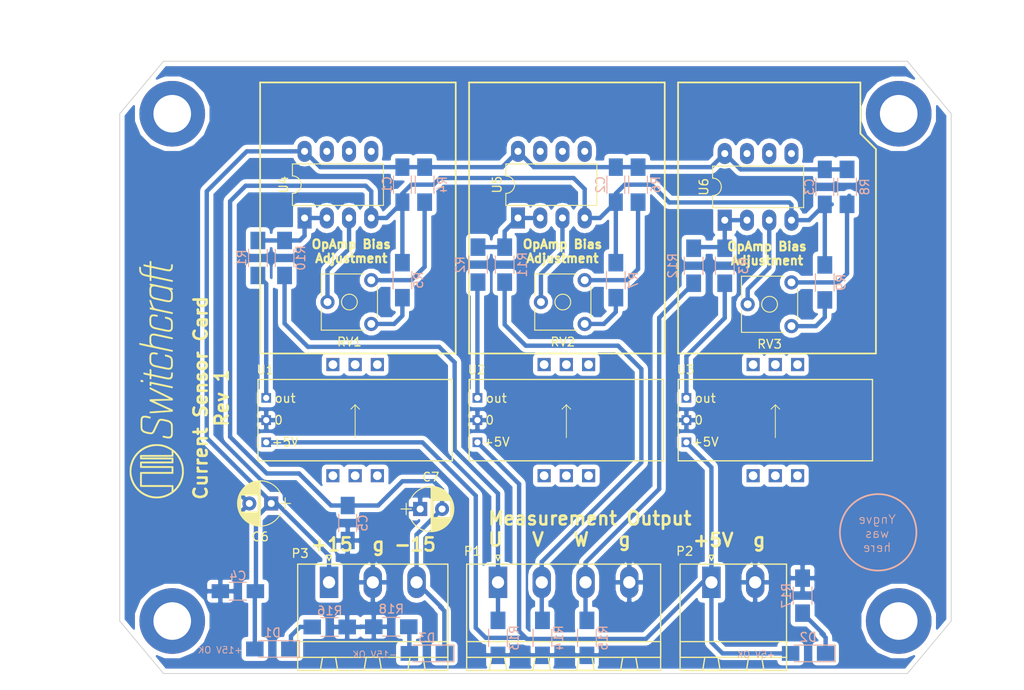
<source format=kicad_pcb>
(kicad_pcb (version 4) (host pcbnew 4.0.6)
  (title_block (title "Current Sensing Card") (date 2016-12-20) (rev 3) (company "Yngve Solbakken") (comment 1 "THT->SMD, -15V LED, reduced CPs, added M4 holes, reduced PCB size") (comment 2 YS) (comment 3 "Current sensing card with signal conditioning and") (comment 4 "power supply filtering"))
  (layers (0 F.Cu signal) (31 B.Cu mixed) (34 B.Paste user) (35 F.Paste user) (36 B.SilkS user) (37 F.SilkS user) (38 B.Mask user) (39 F.Mask user) (44 Edge.Cuts user))
  (net 0 "")
  (net 1 +15V)
  (net 2 GND)
  (net 3 -15V)
  (net 4 +5V)
  (net 5 "Net-(R1-Pad1)")
  (net 6 "Net-(R1-Pad2)")
  (net 7 "Net-(R2-Pad2)")
  (net 8 "Net-(R12-Pad2)")
  (net 9 "Net-(R6-Pad2)")
  (net 10 "Net-(R8-Pad2)")
  (net 11 "Net-(R9-Pad1)")
  (net 12 "Net-(RV1-Pad2)")
  (net 13 "Net-(RV3-Pad2)")
  (net 14 "Net-(RV2-Pad2)")
  (net 15 "Net-(P1-Pad1)")
  (net 16 "Net-(P1-Pad2)")
  (net 17 "Net-(P1-Pad3)")
  (net 18 "Net-(R11-Pad2)")
  (net 19 "Net-(R3-Pad2)")
  (net 20 "Net-(R4-Pad2)")
  (net 21 "Net-(R5-Pad1)")
  (net 22 "Net-(R7-Pad1)")
  (net 23 "Net-(D1-Pad1)")
  (net 24 "Net-(D2-Pad1)")
  (net 25 "Net-(D3-Pad2)")
  (module phoenix:PhoenixContact_MSTBA-G_03x5.00mm_Angled (layer F.Cu) (at 73.914 147.574)
    (fp_text reference P3 (at -3.302 -3.302) (layer F.SilkS))
    (fp_text value CONN_01X03)
    (pad 1 thru_hole rect (at 0 0) (size 2.1 3.6) (drill 1.4) (layers *.Cu *.Mask) (net 1 +15V))
    (pad 2 thru_hole oval (at 5 0) (size 2.1 3.6) (drill 1.4) (layers *.Cu *.Mask) (net 2 GND))
    (pad 3 thru_hole oval (at 10 0) (size 2.1 3.6) (drill 1.4) (layers *.Cu *.Mask) (net 3 -15V))
  )
  (module phoenix:PhoenixContact_MSTBA-G_04x5.00mm_Angled (layer F.Cu) (at 93.218 147.574)
    (fp_text reference P1 (at -2.921 -3.556) (layer F.SilkS))
    (fp_text value CONN_01X04)
    (pad 1 thru_hole rect (at 0 0) (size 2.1 3.6) (drill 1.4) (layers *.Cu *.Mask) (net 15 "Net-(P1-Pad1)"))
    (pad 2 thru_hole oval (at 5 0) (size 2.1 3.6) (drill 1.4) (layers *.Cu *.Mask) (net 16 "Net-(P1-Pad2)"))
    (pad 3 thru_hole oval (at 10 0) (size 2.1 3.6) (drill 1.4) (layers *.Cu *.Mask) (net 17 "Net-(P1-Pad3)"))
    (pad 4 thru_hole oval (at 15 0) (size 2.1 3.6) (drill 1.4) (layers *.Cu *.Mask) (net 2 GND))
  )
  (module phoenix:PhoenixContact_MSTBA-G_02x5.00mm_Angled (layer F.Cu) (at 117.602 147.574)
    (fp_text reference P2 (at -3.048 -3.556) (layer F.SilkS))
    (fp_text value CONN_01X02)
    (pad 1 thru_hole rect (at 0 0) (size 2.1 3.6) (drill 1.4) (layers *.Cu *.Mask) (net 4 +5V))
    (pad 2 thru_hole oval (at 5 0) (size 2.1 3.6) (drill 1.4) (layers *.Cu *.Mask) (net 2 GND))
  )
  (module Capacitors_SMD:C_1206_HandSoldering (layer B.Cu) (at 76.0476 140.7922 90)
    (fp_text reference C5 (at 0 1.75 90) (layer B.SilkS) (effects (justify mirror)))
    (fp_text value C)
    (pad 1 smd rect (at -2 0 90) (size 2 1.6) (layers B.Cu B.Paste B.Mask) (net 2 GND))
    (pad 2 smd rect (at 2 0 90) (size 2 1.6) (layers B.Cu B.Paste B.Mask) (net 3 -15V))
  )
  (module Capacitors_SMD:C_1206_HandSoldering (layer B.Cu) (at 63.5 148.59 180)
    (fp_text reference C4 (at 0 1.75 180) (layer B.SilkS) (effects (justify mirror)))
    (fp_text value C)
    (pad 1 smd rect (at -2 0 180) (size 2 1.6) (layers B.Cu B.Paste B.Mask) (net 1 +15V))
    (pad 2 smd rect (at 2 0 180) (size 2 1.6) (layers B.Cu B.Paste B.Mask) (net 2 GND))
  )
  (module Capacitors_SMD:C_1206_HandSoldering (layer B.Cu) (at 130.556 102.362 270)
    (fp_text reference C3 (at 0 1.75 270) (layer B.SilkS) (effects (justify mirror)))
    (fp_text value C)
    (pad 1 smd rect (at -2 0 270) (size 2 1.6) (layers B.Cu B.Paste B.Mask) (net 1 +15V))
    (pad 2 smd rect (at 2 0 270) (size 2 1.6) (layers B.Cu B.Paste B.Mask) (net 3 -15V))
  )
  (module Capacitors_SMD:C_1206_HandSoldering (layer B.Cu) (at 106.68 102.108 270)
    (fp_text reference C2 (at 0 1.75 270) (layer B.SilkS) (effects (justify mirror)))
    (fp_text value C)
    (pad 1 smd rect (at -2 0 270) (size 2 1.6) (layers B.Cu B.Paste B.Mask) (net 1 +15V))
    (pad 2 smd rect (at 2 0 270) (size 2 1.6) (layers B.Cu B.Paste B.Mask) (net 3 -15V))
  )
  (module Capacitors_SMD:C_1206_HandSoldering (layer B.Cu) (at 82.296 102.108 270)
    (fp_text reference C1 (at 0 1.75 270) (layer B.SilkS) (effects (justify mirror)))
    (fp_text value C)
    (pad 1 smd rect (at -2 0 270) (size 2 1.6) (layers B.Cu B.Paste B.Mask) (net 1 +15V))
    (pad 2 smd rect (at 2 0 270) (size 2 1.6) (layers B.Cu B.Paste B.Mask) (net 3 -15V))
  )
  (module Housings_DIP:DIP-8_W7.62mm_LongPads (layer F.Cu) (at 95.504 105.918 90)
    (fp_text reference U5 (at 3.81 -2.39 90) (layer F.SilkS))
    (fp_text value NE5532)
    (pad 1 thru_hole rect (at 0 0 90) (size 2.4 1.6) (drill 0.8) (layers *.Cu *.Mask) (net 18 "Net-(R11-Pad2)"))
    (pad 5 thru_hole oval (at 7.62 7.62 90) (size 2.4 1.6) (drill 0.8) (layers *.Cu *.Mask))
    (pad 2 thru_hole oval (at 0 2.54 90) (size 2.4 1.6) (drill 0.8) (layers *.Cu *.Mask) (net 18 "Net-(R11-Pad2)"))
    (pad 6 thru_hole oval (at 7.62 5.08 90) (size 2.4 1.6) (drill 0.8) (layers *.Cu *.Mask))
    (pad 3 thru_hole oval (at 0 5.08 90) (size 2.4 1.6) (drill 0.8) (layers *.Cu *.Mask) (net 14 "Net-(RV2-Pad2)"))
    (pad 7 thru_hole oval (at 7.62 2.54 90) (size 2.4 1.6) (drill 0.8) (layers *.Cu *.Mask))
    (pad 4 thru_hole oval (at 0 7.62 90) (size 2.4 1.6) (drill 0.8) (layers *.Cu *.Mask) (net 3 -15V))
    (pad 8 thru_hole oval (at 7.62 0 90) (size 2.4 1.6) (drill 0.8) (layers *.Cu *.Mask) (net 1 +15V))
  )
  (module Housings_DIP:DIP-8_W7.62mm_LongPads (layer F.Cu) (at 119.126 106.172 90)
    (fp_text reference U6 (at 3.81 -2.39 90) (layer F.SilkS))
    (fp_text value NE5532)
    (pad 1 thru_hole rect (at 0 0 90) (size 2.4 1.6) (drill 0.8) (layers *.Cu *.Mask) (net 8 "Net-(R12-Pad2)"))
    (pad 5 thru_hole oval (at 7.62 7.62 90) (size 2.4 1.6) (drill 0.8) (layers *.Cu *.Mask))
    (pad 2 thru_hole oval (at 0 2.54 90) (size 2.4 1.6) (drill 0.8) (layers *.Cu *.Mask) (net 8 "Net-(R12-Pad2)"))
    (pad 6 thru_hole oval (at 7.62 5.08 90) (size 2.4 1.6) (drill 0.8) (layers *.Cu *.Mask))
    (pad 3 thru_hole oval (at 0 5.08 90) (size 2.4 1.6) (drill 0.8) (layers *.Cu *.Mask) (net 13 "Net-(RV3-Pad2)"))
    (pad 7 thru_hole oval (at 7.62 2.54 90) (size 2.4 1.6) (drill 0.8) (layers *.Cu *.Mask))
    (pad 4 thru_hole oval (at 0 7.62 90) (size 2.4 1.6) (drill 0.8) (layers *.Cu *.Mask) (net 3 -15V))
    (pad 8 thru_hole oval (at 7.62 0 90) (size 2.4 1.6) (drill 0.8) (layers *.Cu *.Mask) (net 1 +15V))
  )
  (module Housings_DIP:DIP-8_W7.62mm_LongPads (layer F.Cu) (at 71.12 105.918 90)
    (fp_text reference U4 (at 3.81 -2.39 90) (layer F.SilkS))
    (fp_text value NE5532)
    (pad 1 thru_hole rect (at 0 0 90) (size 2.4 1.6) (drill 0.8) (layers *.Cu *.Mask) (net 5 "Net-(R1-Pad1)"))
    (pad 5 thru_hole oval (at 7.62 7.62 90) (size 2.4 1.6) (drill 0.8) (layers *.Cu *.Mask))
    (pad 2 thru_hole oval (at 0 2.54 90) (size 2.4 1.6) (drill 0.8) (layers *.Cu *.Mask) (net 5 "Net-(R1-Pad1)"))
    (pad 6 thru_hole oval (at 7.62 5.08 90) (size 2.4 1.6) (drill 0.8) (layers *.Cu *.Mask))
    (pad 3 thru_hole oval (at 0 5.08 90) (size 2.4 1.6) (drill 0.8) (layers *.Cu *.Mask) (net 12 "Net-(RV1-Pad2)"))
    (pad 7 thru_hole oval (at 7.62 2.54 90) (size 2.4 1.6) (drill 0.8) (layers *.Cu *.Mask))
    (pad 4 thru_hole oval (at 0 7.62 90) (size 2.4 1.6) (drill 0.8) (layers *.Cu *.Mask) (net 3 -15V))
    (pad 8 thru_hole oval (at 7.62 0 90) (size 2.4 1.6) (drill 0.8) (layers *.Cu *.Mask) (net 1 +15V))
  )
  (module Resistors_SMD:R_1206_HandSoldering (layer B.Cu) (at 65.786 110.49 270)
    (fp_text reference R1 (at 0 1.85 270) (layer B.SilkS) (effects (justify mirror)))
    (fp_text value R)
    (pad 1 smd rect (at -2 0 270) (size 2 1.7) (layers B.Cu B.Paste B.Mask) (net 5 "Net-(R1-Pad1)"))
    (pad 2 smd rect (at 2 0 270) (size 2 1.7) (layers B.Cu B.Paste B.Mask) (net 6 "Net-(R1-Pad2)"))
  )
  (module Resistors_SMD:R_1206_HandSoldering (layer B.Cu) (at 90.932 111.252 270)
    (fp_text reference R2 (at 0 2.032 270) (layer B.SilkS) (effects (justify mirror)))
    (fp_text value R)
    (pad 1 smd rect (at -2 0 270) (size 2 1.7) (layers B.Cu B.Paste B.Mask) (net 18 "Net-(R11-Pad2)"))
    (pad 2 smd rect (at 2 0 270) (size 2 1.7) (layers B.Cu B.Paste B.Mask) (net 7 "Net-(R2-Pad2)"))
  )
  (module Resistors_SMD:R_1206_HandSoldering (layer B.Cu) (at 119.126 111.379 270)
    (fp_text reference R3 (at 0 -2.159 270) (layer B.SilkS) (effects (justify mirror)))
    (fp_text value R)
    (pad 1 smd rect (at -2 0 270) (size 2 1.7) (layers B.Cu B.Paste B.Mask) (net 8 "Net-(R12-Pad2)"))
    (pad 2 smd rect (at 2 0 270) (size 2 1.7) (layers B.Cu B.Paste B.Mask) (net 19 "Net-(R3-Pad2)"))
  )
  (module Resistors_SMD:R_1206_HandSoldering (layer B.Cu) (at 84.836 102.108 270)
    (fp_text reference R4 (at 0 -2.032 270) (layer B.SilkS) (effects (justify mirror)))
    (fp_text value R)
    (pad 1 smd rect (at -2 0 270) (size 2 1.7) (layers B.Cu B.Paste B.Mask) (net 1 +15V))
    (pad 2 smd rect (at 2 0 270) (size 2 1.7) (layers B.Cu B.Paste B.Mask) (net 20 "Net-(R4-Pad2)"))
  )
  (module Resistors_SMD:R_1206_HandSoldering (layer B.Cu) (at 82.296 113.03 90)
    (fp_text reference R5 (at 0 1.85 90) (layer B.SilkS) (effects (justify mirror)))
    (fp_text value R)
    (pad 1 smd rect (at -2 0 90) (size 2 1.7) (layers B.Cu B.Paste B.Mask) (net 21 "Net-(R5-Pad1)"))
    (pad 2 smd rect (at 2 0 90) (size 2 1.7) (layers B.Cu B.Paste B.Mask) (net 3 -15V))
  )
  (module Resistors_SMD:R_1206_HandSoldering (layer B.Cu) (at 109.22 102.108 270)
    (fp_text reference R6 (at 0 -2.032 270) (layer B.SilkS) (effects (justify mirror)))
    (fp_text value R)
    (pad 1 smd rect (at -2 0 270) (size 2 1.7) (layers B.Cu B.Paste B.Mask) (net 1 +15V))
    (pad 2 smd rect (at 2 0 270) (size 2 1.7) (layers B.Cu B.Paste B.Mask) (net 9 "Net-(R6-Pad2)"))
  )
  (module Resistors_SMD:R_1206_HandSoldering (layer B.Cu) (at 106.68 113.03 90)
    (fp_text reference R7 (at 0 2.032 90) (layer B.SilkS) (effects (justify mirror)))
    (fp_text value R)
    (pad 1 smd rect (at -2 0 90) (size 2 1.7) (layers B.Cu B.Paste B.Mask) (net 22 "Net-(R7-Pad1)"))
    (pad 2 smd rect (at 2 0 90) (size 2 1.7) (layers B.Cu B.Paste B.Mask) (net 3 -15V))
  )
  (module Resistors_SMD:R_1206_HandSoldering (layer B.Cu) (at 133.096 102.362 270)
    (fp_text reference R8 (at 0 -2.032 270) (layer B.SilkS) (effects (justify mirror)))
    (fp_text value R)
    (pad 1 smd rect (at -2 0 270) (size 2 1.7) (layers B.Cu B.Paste B.Mask) (net 1 +15V))
    (pad 2 smd rect (at 2 0 270) (size 2 1.7) (layers B.Cu B.Paste B.Mask) (net 10 "Net-(R8-Pad2)"))
  )
  (module Resistors_SMD:R_1206_HandSoldering (layer B.Cu) (at 130.556 113.284 90)
    (fp_text reference R9 (at 0 1.85 90) (layer B.SilkS) (effects (justify mirror)))
    (fp_text value R)
    (pad 1 smd rect (at -2 0 90) (size 2 1.7) (layers B.Cu B.Paste B.Mask) (net 11 "Net-(R9-Pad1)"))
    (pad 2 smd rect (at 2 0 90) (size 2 1.7) (layers B.Cu B.Paste B.Mask) (net 3 -15V))
  )
  (module Resistors_SMD:R_1206_HandSoldering (layer B.Cu) (at 68.834 110.49 90)
    (fp_text reference R10 (at 0 1.85 90) (layer B.SilkS) (effects (justify mirror)))
    (fp_text value R)
    (pad 1 smd rect (at -2 0 90) (size 2 1.7) (layers B.Cu B.Paste B.Mask) (net 15 "Net-(P1-Pad1)"))
    (pad 2 smd rect (at 2 0 90) (size 2 1.7) (layers B.Cu B.Paste B.Mask) (net 5 "Net-(R1-Pad1)"))
  )
  (module Resistors_SMD:R_1206_HandSoldering (layer B.Cu) (at 93.98 111.252 90)
    (fp_text reference R11 (at 0 2.032 90) (layer B.SilkS) (effects (justify mirror)))
    (fp_text value R)
    (pad 1 smd rect (at -2 0 90) (size 2 1.7) (layers B.Cu B.Paste B.Mask) (net 16 "Net-(P1-Pad2)"))
    (pad 2 smd rect (at 2 0 90) (size 2 1.7) (layers B.Cu B.Paste B.Mask) (net 18 "Net-(R11-Pad2)"))
  )
  (module Resistors_SMD:R_1206_HandSoldering (layer B.Cu) (at 115.57 111.379 90)
    (fp_text reference R12 (at 0 -2.413 90) (layer B.SilkS) (effects (justify mirror)))
    (fp_text value R)
    (pad 1 smd rect (at -2 0 90) (size 2 1.7) (layers B.Cu B.Paste B.Mask) (net 17 "Net-(P1-Pad3)"))
    (pad 2 smd rect (at 2 0 90) (size 2 1.7) (layers B.Cu B.Paste B.Mask) (net 8 "Net-(R12-Pad2)"))
  )
  (module Resistors_SMD:R_1206_HandSoldering (layer B.Cu) (at 93.218 153.924 90)
    (fp_text reference R13 (at 0 1.85 90) (layer B.SilkS) (effects (justify mirror)))
    (fp_text value R)
    (pad 1 smd rect (at -2 0 90) (size 2 1.7) (layers B.Cu B.Paste B.Mask) (net 2 GND))
    (pad 2 smd rect (at 2 0 90) (size 2 1.7) (layers B.Cu B.Paste B.Mask) (net 15 "Net-(P1-Pad1)"))
  )
  (module Resistors_SMD:R_1206_HandSoldering (layer B.Cu) (at 98.298 153.924 90)
    (fp_text reference R14 (at 0 1.85 90) (layer B.SilkS) (effects (justify mirror)))
    (fp_text value R)
    (pad 1 smd rect (at -2 0 90) (size 2 1.7) (layers B.Cu B.Paste B.Mask) (net 2 GND))
    (pad 2 smd rect (at 2 0 90) (size 2 1.7) (layers B.Cu B.Paste B.Mask) (net 16 "Net-(P1-Pad2)"))
  )
  (module Resistors_SMD:R_1206_HandSoldering (layer B.Cu) (at 103.378 153.924 90)
    (fp_text reference R15 (at 0 1.85 90) (layer B.SilkS) (effects (justify mirror)))
    (fp_text value R)
    (pad 1 smd rect (at -2 0 90) (size 2 1.7) (layers B.Cu B.Paste B.Mask) (net 2 GND))
    (pad 2 smd rect (at 2 0 90) (size 2 1.7) (layers B.Cu B.Paste B.Mask) (net 17 "Net-(P1-Pad3)"))
  )
  (module Resistors_SMD:R_1206_HandSoldering (layer B.Cu) (at 73.9902 152.6794 180)
    (fp_text reference R16 (at 0 1.85 180) (layer B.SilkS) (effects (justify mirror)))
    (fp_text value R)
    (pad 1 smd rect (at -2 0 180) (size 2 1.7) (layers B.Cu B.Paste B.Mask) (net 2 GND))
    (pad 2 smd rect (at 2 0 180) (size 2 1.7) (layers B.Cu B.Paste B.Mask) (net 23 "Net-(D1-Pad1)"))
  )
  (module Resistors_SMD:R_1206_HandSoldering (layer B.Cu) (at 128.016 149.098 270)
    (fp_text reference R17 (at 0 1.85 270) (layer B.SilkS) (effects (justify mirror)))
    (fp_text value R)
    (pad 1 smd rect (at -2 0 270) (size 2 1.7) (layers B.Cu B.Paste B.Mask) (net 2 GND))
    (pad 2 smd rect (at 2 0 270) (size 2 1.7) (layers B.Cu B.Paste B.Mask) (net 24 "Net-(D2-Pad1)"))
  )
  (module Capacitors_THT:CP_Radial_D5.0mm_P2.50mm (layer F.Cu) (at 67.31 138.557 180)
    (fp_text reference C6 (at 1.25 -3.81 180) (layer F.SilkS))
    (fp_text value CP)
    (pad 1 thru_hole rect (at 0 0 180) (size 1.6 1.6) (drill 0.8) (layers *.Cu *.Mask) (net 1 +15V))
    (pad 2 thru_hole circle (at 2.5 0 180) (size 1.6 1.6) (drill 0.8) (layers *.Cu *.Mask) (net 2 GND))
  )
  (module Capacitors_THT:CP_Radial_D5.0mm_P2.50mm (layer F.Cu) (at 84.328 139.192)
    (fp_text reference C7 (at 1.2192 -3.6576 180) (layer F.SilkS))
    (fp_text value CP)
    (pad 1 thru_hole rect (at 0 0) (size 1.6 1.6) (drill 0.8) (layers *.Cu *.Mask) (net 2 GND))
    (pad 2 thru_hole circle (at 2.5 0) (size 1.6 1.6) (drill 0.8) (layers *.Cu *.Mask) (net 3 -15V))
  )
  (module LEDs:LED_1206_HandSoldering (layer B.Cu) (at 67.437 155.194 180)
    (fp_text reference D1 (at 0 1.85 180) (layer B.SilkS) (effects (justify mirror)))
    (fp_text value LED)
    (pad 1 smd rect (at -2 0 180) (size 2 1.7) (layers B.Cu B.Paste B.Mask) (net 23 "Net-(D1-Pad1)"))
    (pad 2 smd rect (at 2 0 180) (size 2 1.7) (layers B.Cu B.Paste B.Mask) (net 1 +15V))
  )
  (module LEDs:LED_1206_HandSoldering (layer B.Cu) (at 128.651 155.702 180)
    (fp_text reference D2 (at 0 1.85 180) (layer B.SilkS) (effects (justify mirror)))
    (fp_text value LED)
    (pad 1 smd rect (at -2 0 180) (size 2 1.7) (layers B.Cu B.Paste B.Mask) (net 24 "Net-(D2-Pad1)"))
    (pad 2 smd rect (at 2 0 180) (size 2 1.7) (layers B.Cu B.Paste B.Mask) (net 4 +5V))
  )
  (module Potentiometers:Potentiometer_Trimmer_ACP_CA6v_Horizontal (layer F.Cu) (at 78.74 113.03 180)
    (fp_text reference RV1 (at 2.5 -7.06 180) (layer F.SilkS))
    (fp_text value POT)
    (pad 3 thru_hole circle (at 0 -5 180) (size 1.62 1.62) (drill 0.9) (layers *.Cu *.Mask) (net 21 "Net-(R5-Pad1)"))
    (pad 2 thru_hole circle (at 5 -2.5 180) (size 1.62 1.62) (drill 0.9) (layers *.Cu *.Mask) (net 12 "Net-(RV1-Pad2)"))
    (pad 1 thru_hole circle (at 0 0 180) (size 1.62 1.62) (drill 0.9) (layers *.Cu *.Mask) (net 20 "Net-(R4-Pad2)"))
  )
  (module Potentiometers:Potentiometer_Trimmer_ACP_CA6v_Horizontal (layer F.Cu) (at 103.124 113.03 180)
    (fp_text reference RV2 (at 2.5 -7.06 180) (layer F.SilkS))
    (fp_text value POT)
    (pad 3 thru_hole circle (at 0 -5 180) (size 1.62 1.62) (drill 0.9) (layers *.Cu *.Mask) (net 22 "Net-(R7-Pad1)"))
    (pad 2 thru_hole circle (at 5 -2.5 180) (size 1.62 1.62) (drill 0.9) (layers *.Cu *.Mask) (net 14 "Net-(RV2-Pad2)"))
    (pad 1 thru_hole circle (at 0 0 180) (size 1.62 1.62) (drill 0.9) (layers *.Cu *.Mask) (net 9 "Net-(R6-Pad2)"))
  )
  (module Potentiometers:Potentiometer_Trimmer_ACP_CA6v_Horizontal (layer F.Cu) (at 126.746 113.284 180)
    (fp_text reference RV3 (at 2.5 -7.06 180) (layer F.SilkS))
    (fp_text value POT)
    (pad 3 thru_hole circle (at 0 -5 180) (size 1.62 1.62) (drill 0.9) (layers *.Cu *.Mask) (net 11 "Net-(R9-Pad1)"))
    (pad 2 thru_hole circle (at 5 -2.5 180) (size 1.62 1.62) (drill 0.9) (layers *.Cu *.Mask) (net 13 "Net-(RV3-Pad2)"))
    (pad 1 thru_hole circle (at 0 0 180) (size 1.62 1.62) (drill 0.9) (layers *.Cu *.Mask) (net 10 "Net-(R8-Pad2)"))
  )
  (module LEDs:LED_1206_HandSoldering (layer B.Cu) (at 85.09 155.702 180)
    (fp_text reference D3 (at 0 1.778 180) (layer B.SilkS) (effects (justify mirror)))
    (fp_text value LED)
    (pad 1 smd rect (at -2 0 180) (size 2 1.7) (layers B.Cu B.Paste B.Mask) (net 3 -15V))
    (pad 2 smd rect (at 2 0 180) (size 2 1.7) (layers B.Cu B.Paste B.Mask) (net 25 "Net-(D3-Pad2)"))
  )
  (module Resistors_SMD:R_1206_HandSoldering (layer B.Cu) (at 81.026 152.654)
    (fp_text reference R18 (at 0 -2.032) (layer B.SilkS) (effects (justify mirror)))
    (fp_text value R)
    (pad 1 smd rect (at -2 0) (size 2 1.7) (layers B.Cu B.Paste B.Mask) (net 2 GND))
    (pad 2 smd rect (at 2 0) (size 2 1.7) (layers B.Cu B.Paste B.Mask) (net 25 "Net-(D3-Pad2)"))
  )
  (module LEM:LTS25-NP (layer F.Cu) (at 97.028 129.032)
    (fp_text reference U2 (at -6.25 -5.75) (layer F.SilkS))
    (fp_text value LTS-25-NP)
    (fp_text user out (at -4 -2.5) (layer F.SilkS))
    (fp_text user 0 (at -4.75 0) (layer F.SilkS))
    (fp_text user +5V (at -4 2.5) (layer F.SilkS))
    (pad 8 thru_hole rect (at -6.16 2.54) (size 1.1 1.1) (drill 0.7) (layers *.Cu *.Mask) (net 4 +5V))
    (pad 7 thru_hole rect (at -6.16 -2.54) (size 1.1 1.1) (drill 0.7) (layers *.Cu *.Mask) (net 7 "Net-(R2-Pad2)"))
    (pad 9 thru_hole rect (at -6.16 0) (size 1.1 1.1) (drill 0.7) (layers *.Cu *.Mask) (net 2 GND))
    (pad 4 thru_hole rect (at 6.54 6.35) (size 1.5 1.5) (drill 1) (layers *.Cu *.Mask))
    (pad 5 thru_hole rect (at 4 6.35) (size 1.5 1.5) (drill 1) (layers *.Cu *.Mask))
    (pad 6 thru_hole rect (at 1.46 6.35) (size 1.5 1.5) (drill 1) (layers *.Cu *.Mask))
    (pad 1 thru_hole rect (at 6.54 -6.35) (size 1.5 1.5) (drill 1) (layers *.Cu *.Mask))
    (pad 2 thru_hole rect (at 4 -6.35) (size 1.5 1.5) (drill 1) (layers *.Cu *.Mask))
    (pad 3 thru_hole rect (at 1.46 -6.35) (size 1.5 1.5) (drill 1) (layers *.Cu *.Mask))
  )
  (module LEM:LTS25-NP (layer F.Cu) (at 120.904 129.032)
    (fp_text reference U3 (at -6.25 -5.75) (layer F.SilkS))
    (fp_text value LTS-25-NP)
    (fp_text user out (at -4 -2.5) (layer F.SilkS))
    (fp_text user 0 (at -4.75 0) (layer F.SilkS))
    (fp_text user +5V (at -4 2.5) (layer F.SilkS))
    (pad 8 thru_hole rect (at -6.16 2.54) (size 1.1 1.1) (drill 0.7) (layers *.Cu *.Mask) (net 4 +5V))
    (pad 7 thru_hole rect (at -6.16 -2.54) (size 1.1 1.1) (drill 0.7) (layers *.Cu *.Mask) (net 19 "Net-(R3-Pad2)"))
    (pad 9 thru_hole rect (at -6.16 0) (size 1.1 1.1) (drill 0.7) (layers *.Cu *.Mask) (net 2 GND))
    (pad 4 thru_hole rect (at 6.54 6.35) (size 1.5 1.5) (drill 1) (layers *.Cu *.Mask))
    (pad 5 thru_hole rect (at 4 6.35) (size 1.5 1.5) (drill 1) (layers *.Cu *.Mask))
    (pad 6 thru_hole rect (at 1.46 6.35) (size 1.5 1.5) (drill 1) (layers *.Cu *.Mask))
    (pad 1 thru_hole rect (at 6.54 -6.35) (size 1.5 1.5) (drill 1) (layers *.Cu *.Mask))
    (pad 2 thru_hole rect (at 4 -6.35) (size 1.5 1.5) (drill 1) (layers *.Cu *.Mask))
    (pad 3 thru_hole rect (at 1.46 -6.35) (size 1.5 1.5) (drill 1) (layers *.Cu *.Mask))
  )
  (module LEM:LTS25-NP (layer F.Cu) (at 72.898 129.032)
    (fp_text reference U1 (at -6.25 -5.75) (layer F.SilkS))
    (fp_text value LTS-25-NP)
    (fp_text user out (at -4 -2.5) (layer F.SilkS))
    (fp_text user 0 (at -4.75 0) (layer F.SilkS))
    (fp_text user +5V (at -4 2.5) (layer F.SilkS))
    (pad 8 thru_hole rect (at -6.16 2.54) (size 1.1 1.1) (drill 0.7) (layers *.Cu *.Mask) (net 4 +5V))
    (pad 7 thru_hole rect (at -6.16 -2.54) (size 1.1 1.1) (drill 0.7) (layers *.Cu *.Mask) (net 6 "Net-(R1-Pad2)"))
    (pad 9 thru_hole rect (at -6.16 0) (size 1.1 1.1) (drill 0.7) (layers *.Cu *.Mask) (net 2 GND))
    (pad 4 thru_hole rect (at 6.54 6.35) (size 1.5 1.5) (drill 1) (layers *.Cu *.Mask))
    (pad 5 thru_hole rect (at 4 6.35) (size 1.5 1.5) (drill 1) (layers *.Cu *.Mask))
    (pad 6 thru_hole rect (at 1.46 6.35) (size 1.5 1.5) (drill 1) (layers *.Cu *.Mask))
    (pad 1 thru_hole rect (at 6.54 -6.35) (size 1.5 1.5) (drill 1) (layers *.Cu *.Mask))
    (pad 2 thru_hole rect (at 4 -6.35) (size 1.5 1.5) (drill 1) (layers *.Cu *.Mask))
    (pad 3 thru_hole rect (at 1.46 -6.35) (size 1.5 1.5) (drill 1) (layers *.Cu *.Mask))
  )
  (module Switchcraft:Switchcraft_medium_logo (layer F.Cu) (at 54.229 124.206 90)
    (fp_text reference G*** hide)
    (fp_text value LOGO hide)
  )
  (module Mounting_Holes:MountingHole_4.3mm_M4_DIN965_Pad (layer F.Cu) (at 56 94)
    (fp_text reference REF** hide)
    (fp_text value MountingHole_4.3mm_M4_DIN965_Pad)
    (pad 1 thru_hole circle (at 0 0) (size 7.5 7.5) (drill 4.3) (layers *.Cu *.Mask))
  )
  (module Mounting_Holes:MountingHole_4.3mm_M4_DIN965_Pad (layer F.Cu) (at 139 94)
    (fp_text reference REF** hide)
    (fp_text value MountingHole_4.3mm_M4_DIN965_Pad)
    (pad 1 thru_hole circle (at 0 0) (size 7.5 7.5) (drill 4.3) (layers *.Cu *.Mask))
  )
  (module Mounting_Holes:MountingHole_4.3mm_M4_DIN965_Pad (layer F.Cu) (at 56 152)
    (fp_text reference REF** hide)
    (fp_text value MountingHole_4.3mm_M4_DIN965_Pad)
    (pad 1 thru_hole circle (at 0 0) (size 7.5 7.5) (drill 4.3) (layers *.Cu *.Mask))
  )
  (module Mounting_Holes:MountingHole_4.3mm_M4_DIN965_Pad (layer F.Cu) (at 139 152)
    (fp_text reference REF** hide)
    (fp_text value MountingHole_4.3mm_M4_DIN965_Pad)
    (pad 1 thru_hole circle (at 0 0) (size 7.5 7.5) (drill 4.3) (layers *.Cu *.Mask))
  )
  (gr_circle (center 136.652 141.859) (end 140.208 144.399) (layer B.SilkS) (width 0.2))
  (gr_text "Yngve\nwas\nhere" (at 136.525 141.986) (layer B.SilkS) (effects (font (size 1 1) (thickness 0.1)) (justify mirror)))
  (gr_text "+5V OK" (at 122.682 155.829) (layer B.SilkS) (effects (font (size 0.75 0.75) (thickness 0.1)) (justify mirror)))
  (gr_text "-15V OK" (at 79.121 155.829) (layer B.SilkS) (effects (font (size 0.75 0.75) (thickness 0.1)) (justify mirror)))
  (gr_text "+15V OK" (at 61.468 155.321) (layer B.SilkS) (effects (font (size 0.75 0.75) (thickness 0.1)) (justify mirror)))
  (gr_text "+5V  g" (at 119.634 142.748) (layer F.SilkS) (effects (font (size 1.5 1.5) (thickness 0.3))))
  (gr_text "OpAmp Bias\nAdjustment" (at 123.952 109.982) (layer F.SilkS) (effects (font (size 1 1) (thickness 0.25))))
  (gr_text "OpAmp Bias\nAdjustment" (at 100.584 109.728) (layer F.SilkS) (effects (font (size 1 1) (thickness 0.25))))
  (gr_text "OpAmp Bias\nAdjustment" (at 76.454 109.728) (layer F.SilkS) (effects (font (size 1 1) (thickness 0.25))))
  (gr_line (start 113.792 121.412) (end 114.046 121.412) (angle 90) (layer F.SilkS) (width 0.2))
  (gr_line (start 113.792 90.424) (end 113.792 121.412) (angle 90) (layer F.SilkS) (width 0.2))
  (gr_line (start 134.62 90.424) (end 113.792 90.424) (angle 90) (layer F.SilkS) (width 0.2))
  (gr_line (start 134.62 96.266) (end 134.62 90.424) (angle 90) (layer F.SilkS) (width 0.2))
  (gr_line (start 136.398 98.044) (end 134.62 96.266) (angle 90) (layer F.SilkS) (width 0.2))
  (gr_line (start 136.398 121.412) (end 136.398 98.044) (angle 90) (layer F.SilkS) (width 0.2))
  (gr_line (start 114.046 121.412) (end 136.398 121.412) (angle 90) (layer F.SilkS) (width 0.2))
  (gr_line (start 89.916 121.412) (end 90.17 121.412) (angle 90) (layer F.SilkS) (width 0.2))
  (gr_line (start 89.916 90.424) (end 89.916 121.412) (angle 90) (layer F.SilkS) (width 0.2))
  (gr_line (start 112.268 90.424) (end 89.916 90.424) (angle 90) (layer F.SilkS) (width 0.2))
  (gr_line (start 112.268 121.412) (end 112.268 90.424) (angle 90) (layer F.SilkS) (width 0.2))
  (gr_line (start 89.916 121.412) (end 112.268 121.412) (angle 90) (layer F.SilkS) (width 0.2))
  (gr_line (start 66.04 90.424) (end 66.04 121.412) (angle 90) (layer F.SilkS) (width 0.2))
  (gr_line (start 88.392 90.424) (end 66.04 90.424) (angle 90) (layer F.SilkS) (width 0.2))
  (gr_line (start 88.392 121.412) (end 88.392 90.424) (angle 90) (layer F.SilkS) (width 0.2))
  (gr_line (start 66.04 121.412) (end 88.392 121.412) (angle 90) (layer F.SilkS) (width 0.2))
  (gr_text "+15  g -15" (at 78.994 143.256) (layer F.SilkS) (effects (font (size 1.5 1.5) (thickness 0.3))))
  (gr_text "Measurement Output\nU   V   W   g" (at 91.948 141.478) (layer F.SilkS) (effects (font (size 1.5 1.5) (thickness 0.3)) (justify left)))
  (gr_text "Current Sensor Card\nRev 1" (at 60.452 126.492 90) (layer F.SilkS) (effects (font (size 1.5 1.5) (thickness 0.3))))
  (gr_line (start 140 88) (end 55 88) (angle 90) (layer Edge.Cuts) (width 0.1))
  (gr_line (start 145 94) (end 140 88) (angle 90) (layer Edge.Cuts) (width 0.1))
  (gr_line (start 145 152) (end 145 94) (angle 90) (layer Edge.Cuts) (width 0.1))
  (gr_line (start 140 158) (end 145 152) (angle 90) (layer Edge.Cuts) (width 0.1))
  (gr_line (start 55 158) (end 140 158) (angle 90) (layer Edge.Cuts) (width 0.1))
  (gr_line (start 55 158) (end 50 152) (angle 90) (layer Edge.Cuts) (width 0.1))
  (gr_line (start 50 94) (end 50 152) (angle 90) (layer Edge.Cuts) (width 0.1))
  (gr_line (start 50 94) (end 55 88) (angle 90) (layer Edge.Cuts) (width 0.1))
  (segment (start 65.437 155.194) (end 65.437 148.653) (width 0.5) (layer B.Cu) (net 1))
  (segment (start 65.437 148.653) (end 65.5 148.59) (width 0.5) (layer B.Cu) (net 1))
  (segment (start 73.914 147.574) (end 73.914 144.526) (width 0.5) (layer B.Cu) (net 1))
  (segment (start 73.914 144.526) (end 67.564 138.176) (width 0.5) (layer B.Cu) (net 1))
  (segment (start 65.564 148.59) (end 65.564 140.176) (width 0.5) (layer B.Cu) (net 1))
  (segment (start 65.564 140.176) (end 67.564 138.176) (width 0.5) (layer B.Cu) (net 1))
  (segment (start 64.516 98.298) (end 71.12 98.298) (width 0.5) (layer B.Cu) (net 1))
  (segment (start 59.944 102.87) (end 64.516 98.298) (width 0.5) (layer B.Cu) (net 1))
  (segment (start 59.944 131.064) (end 59.944 102.87) (width 0.5) (layer B.Cu) (net 1))
  (segment (start 67.564 138.684) (end 59.944 131.064) (width 0.5) (layer B.Cu) (net 1))
  (segment (start 130.556 100.362) (end 133.096 100.362) (width 0.5) (layer B.Cu) (net 1))
  (segment (start 106.68 100.108) (end 109.22 100.108) (width 0.5) (layer B.Cu) (net 1))
  (segment (start 109.22 100.108) (end 117.57 100.108) (width 0.5) (layer B.Cu) (net 1))
  (segment (start 117.57 100.108) (end 119.126 98.552) (width 0.5) (layer B.Cu) (net 1))
  (segment (start 85.598 100.108) (end 93.694 100.108) (width 0.5) (layer B.Cu) (net 1))
  (segment (start 93.694 100.108) (end 95.504 98.298) (width 0.5) (layer B.Cu) (net 1))
  (segment (start 82.296 100.108) (end 72.93 100.108) (width 0.5) (layer B.Cu) (net 1))
  (segment (start 72.93 100.108) (end 71.12 98.298) (width 0.5) (layer B.Cu) (net 1))
  (segment (start 85.598 100.108) (end 82.296 100.108) (width 0.5) (layer B.Cu) (net 1))
  (segment (start 106.68 100.108) (end 97.314 100.108) (width 0.5) (layer B.Cu) (net 1))
  (segment (start 97.314 100.108) (end 95.504 98.298) (width 0.5) (layer B.Cu) (net 1))
  (segment (start 130.556 100.362) (end 120.936 100.362) (width 0.5) (layer B.Cu) (net 1))
  (segment (start 120.936 100.362) (end 119.126 98.552) (width 0.5) (layer B.Cu) (net 1))
  (segment (start 87.09 155.702) (end 87.09 150.844) (width 0.5) (layer B.Cu) (net 3))
  (segment (start 86.614 150.368) (end 86.614 150.274) (width 0.5) (layer B.Cu) (net 3))
  (segment (start 87.09 150.844) (end 86.614 150.368) (width 0.5) (layer B.Cu) (net 3))
  (segment (start 76.0476 138.7922) (end 79.5208 138.7922) (width 0.5) (layer B.Cu) (net 3))
  (segment (start 86.828 136.993) (end 86.828 139.192) (width 0.5) (layer B.Cu) (net 3))
  (segment (start 85.852 136.017) (end 86.828 136.993) (width 0.5) (layer B.Cu) (net 3))
  (segment (start 82.296 136.017) (end 85.852 136.017) (width 0.5) (layer B.Cu) (net 3))
  (segment (start 79.5208 138.7922) (end 82.296 136.017) (width 0.5) (layer B.Cu) (net 3))
  (segment (start 83.914 147.574) (end 83.914 142.106) (width 0.5) (layer B.Cu) (net 3))
  (segment (start 83.914 142.106) (end 86.828 139.192) (width 0.5) (layer B.Cu) (net 3))
  (segment (start 76.0476 138.7922) (end 74.1492 138.7922) (width 0.5) (layer B.Cu) (net 3))
  (segment (start 78.74 102.87) (end 78.74 105.918) (width 0.5) (layer B.Cu) (net 3))
  (segment (start 78.105 102.235) (end 78.74 102.87) (width 0.5) (layer B.Cu) (net 3))
  (segment (start 64.389 102.235) (end 78.105 102.235) (width 0.5) (layer B.Cu) (net 3))
  (segment (start 62.611 104.013) (end 64.389 102.235) (width 0.5) (layer B.Cu) (net 3))
  (segment (start 62.611 130.937) (end 62.611 104.013) (width 0.5) (layer B.Cu) (net 3))
  (segment (start 66.802 135.128) (end 62.611 130.937) (width 0.5) (layer B.Cu) (net 3))
  (segment (start 70.485 135.128) (end 66.802 135.128) (width 0.5) (layer B.Cu) (net 3))
  (segment (start 74.1492 138.7922) (end 70.485 135.128) (width 0.5) (layer B.Cu) (net 3))
  (segment (start 86.836 150.496) (end 86.614 150.274) (width 0.5) (layer B.Cu) (net 3))
  (segment (start 86.614 150.274) (end 83.914 147.574) (width 0.5) (layer B.Cu) (net 3))
  (segment (start 103.124 105.918) (end 103.124 102.616) (width 0.5) (layer B.Cu) (net 3))
  (segment (start 83.312 102.108) (end 82.296 103.124) (width 0.5) (layer B.Cu) (net 3))
  (segment (start 85.852 102.108) (end 83.312 102.108) (width 0.5) (layer B.Cu) (net 3))
  (segment (start 86.614 101.346) (end 85.852 102.108) (width 0.5) (layer B.Cu) (net 3))
  (segment (start 101.854 101.346) (end 86.614 101.346) (width 0.5) (layer B.Cu) (net 3))
  (segment (start 103.124 102.616) (end 101.854 101.346) (width 0.5) (layer B.Cu) (net 3))
  (segment (start 82.296 103.124) (end 82.296 104.108) (width 0.5) (layer B.Cu) (net 3))
  (segment (start 82.296 104.108) (end 82.296 103.124) (width 0.5) (layer B.Cu) (net 3))
  (segment (start 106.68 104.108) (end 106.68 103.124) (width 0.5) (layer B.Cu) (net 3))
  (segment (start 106.68 103.124) (end 107.696 102.108) (width 0.5) (layer B.Cu) (net 3))
  (segment (start 126.746 104.394) (end 126.746 106.172) (width 0.5) (layer B.Cu) (net 3))
  (segment (start 126.492 104.14) (end 126.746 104.394) (width 0.5) (layer B.Cu) (net 3))
  (segment (start 112.776 104.14) (end 126.492 104.14) (width 0.5) (layer B.Cu) (net 3))
  (segment (start 110.744 102.108) (end 112.776 104.14) (width 0.5) (layer B.Cu) (net 3))
  (segment (start 107.696 102.108) (end 110.744 102.108) (width 0.5) (layer B.Cu) (net 3))
  (segment (start 82.296 104.108) (end 82.296 103.632) (width 0.5) (layer B.Cu) (net 3))
  (segment (start 82.296 104.108) (end 82.296 110.776) (width 0.5) (layer B.Cu) (net 3))
  (segment (start 126.746 106.172) (end 128.746 106.172) (width 0.5) (layer B.Cu) (net 3))
  (segment (start 128.746 106.172) (end 130.556 104.362) (width 0.5) (layer B.Cu) (net 3))
  (segment (start 130.556 111.284) (end 130.556 104.362) (width 0.5) (layer B.Cu) (net 3))
  (segment (start 106.68 110.776) (end 106.68 104.108) (width 0.5) (layer B.Cu) (net 3))
  (segment (start 78.74 105.918) (end 80.486 105.918) (width 0.5) (layer B.Cu) (net 3))
  (segment (start 80.486 105.918) (end 82.296 104.108) (width 0.5) (layer B.Cu) (net 3))
  (segment (start 103.124 105.918) (end 104.87 105.918) (width 0.5) (layer B.Cu) (net 3))
  (segment (start 104.87 105.918) (end 106.68 104.108) (width 0.5) (layer B.Cu) (net 3))
  (segment (start 130.556 104.362) (end 131.35 104.362) (width 0.5) (layer B.Cu) (net 3))
  (segment (start 66.738 131.572) (end 84.582 131.572) (width 0.5) (layer B.Cu) (net 4))
  (segment (start 91.821 153.924) (end 96.393 153.924) (width 0.5) (layer B.Cu) (net 4))
  (segment (start 90.678 152.781) (end 91.821 153.924) (width 0.5) (layer B.Cu) (net 4))
  (segment (start 90.678 137.668) (end 90.678 152.781) (width 0.5) (layer B.Cu) (net 4))
  (segment (start 84.582 131.572) (end 90.678 137.668) (width 0.5) (layer B.Cu) (net 4))
  (segment (start 117.602 147.574) (end 116.586 147.574) (width 0.5) (layer B.Cu) (net 4))
  (segment (start 116.586 147.574) (end 110.109 154.051) (width 0.5) (layer B.Cu) (net 4))
  (segment (start 95.631 136.335) (end 90.868 131.572) (width 0.5) (layer B.Cu) (net 4))
  (segment (start 95.631 153.162) (end 95.631 136.335) (width 0.5) (layer B.Cu) (net 4))
  (segment (start 96.52 154.051) (end 96.393 153.924) (width 0.5) (layer B.Cu) (net 4))
  (segment (start 96.393 153.924) (end 95.631 153.162) (width 0.5) (layer B.Cu) (net 4))
  (segment (start 110.109 154.051) (end 96.52 154.051) (width 0.5) (layer B.Cu) (net 4))
  (segment (start 117.602 147.574) (end 117.602 134.43) (width 0.5) (layer B.Cu) (net 4))
  (segment (start 117.602 134.43) (end 114.744 131.572) (width 0.5) (layer B.Cu) (net 4))
  (segment (start 126.72314 155.702) (end 118.872 155.702) (width 0.5) (layer B.Cu) (net 4))
  (segment (start 118.872 155.702) (end 117.602 154.432) (width 0.5) (layer B.Cu) (net 4))
  (segment (start 117.602 154.432) (end 117.602 147.574) (width 0.5) (layer B.Cu) (net 4))
  (segment (start 71.12 105.918) (end 71.12 107.95) (width 0.5) (layer B.Cu) (net 5))
  (segment (start 70.58 108.49) (end 68.834 108.49) (width 0.5) (layer B.Cu) (net 5))
  (segment (start 71.12 107.95) (end 70.58 108.49) (width 0.5) (layer B.Cu) (net 5))
  (segment (start 65.786 108.49) (end 68.834 108.49) (width 0.5) (layer B.Cu) (net 5))
  (segment (start 73.66 105.918) (end 71.12 105.918) (width 0.5) (layer B.Cu) (net 5))
  (segment (start 66.738 126.492) (end 66.738 113.442) (width 0.5) (layer B.Cu) (net 6))
  (segment (start 66.738 113.442) (end 65.786 112.49) (width 0.5) (layer B.Cu) (net 6))
  (segment (start 90.868 126.492) (end 90.868 113.316) (width 0.5) (layer B.Cu) (net 7))
  (segment (start 90.868 113.316) (end 90.932 113.252) (width 0.5) (layer B.Cu) (net 7))
  (segment (start 119.126 109.252) (end 116.078 109.252) (width 0.5) (layer B.Cu) (net 8))
  (segment (start 119.126 106.172) (end 119.126 109.252) (width 0.5) (layer B.Cu) (net 8))
  (segment (start 121.666 106.172) (end 119.126 106.172) (width 0.5) (layer B.Cu) (net 8))
  (segment (start 109.22 104.108) (end 109.22 111.76) (width 0.5) (layer B.Cu) (net 9))
  (segment (start 107.95 113.03) (end 103.124 113.03) (width 0.5) (layer B.Cu) (net 9))
  (segment (start 109.22 111.76) (end 107.95 113.03) (width 0.5) (layer B.Cu) (net 9))
  (segment (start 133.096 104.362) (end 133.096 112.268) (width 0.5) (layer B.Cu) (net 10))
  (segment (start 132.08 113.284) (end 126.746 113.284) (width 0.5) (layer B.Cu) (net 10))
  (segment (start 133.096 112.268) (end 132.08 113.284) (width 0.5) (layer B.Cu) (net 10))
  (segment (start 133.35 104.362) (end 133.35 103.378) (width 0.5) (layer B.Cu) (net 10))
  (segment (start 126.746 118.284) (end 129.5438 118.284) (width 0.5) (layer B.Cu) (net 11))
  (segment (start 130.556 117.2718) (end 130.556 115.284) (width 0.5) (layer B.Cu) (net 11))
  (segment (start 129.5438 118.284) (end 130.556 117.2718) (width 0.5) (layer B.Cu) (net 11))
  (segment (start 73.74 115.53) (end 73.74 111.9086) (width 0.5) (layer B.Cu) (net 12))
  (segment (start 76.2 109.4486) (end 76.2 105.918) (width 0.5) (layer B.Cu) (net 12))
  (segment (start 73.74 111.9086) (end 76.2 109.4486) (width 0.5) (layer B.Cu) (net 12))
  (segment (start 121.746 115.784) (end 121.746 114.0676) (width 0.5) (layer B.Cu) (net 13))
  (segment (start 124.206 111.6076) (end 124.206 106.172) (width 0.5) (layer B.Cu) (net 13))
  (segment (start 121.746 114.0676) (end 124.206 111.6076) (width 0.5) (layer B.Cu) (net 13))
  (segment (start 98.124 115.53) (end 98.124 112.315) (width 0.5) (layer B.Cu) (net 14))
  (segment (start 100.584 109.855) (end 100.584 105.918) (width 0.5) (layer B.Cu) (net 14))
  (segment (start 98.124 112.315) (end 100.584 109.855) (width 0.5) (layer B.Cu) (net 14))
  (segment (start 68.834 112.49) (end 68.834 117.983) (width 0.5) (layer B.Cu) (net 15))
  (segment (start 93.218 137.414) (end 93.218 147.574) (width 0.5) (layer B.Cu) (net 15))
  (segment (start 88.265 132.461) (end 93.218 137.414) (width 0.5) (layer B.Cu) (net 15))
  (segment (start 88.265 122.428) (end 88.265 132.461) (width 0.5) (layer B.Cu) (net 15))
  (segment (start 86.487 120.65) (end 88.265 122.428) (width 0.5) (layer B.Cu) (net 15))
  (segment (start 71.501 120.65) (end 86.487 120.65) (width 0.5) (layer B.Cu) (net 15))
  (segment (start 68.834 117.983) (end 71.501 120.65) (width 0.5) (layer B.Cu) (net 15))
  (segment (start 93.218 147.574) (end 93.218 151.924) (width 0.5) (layer B.Cu) (net 15))
  (segment (start 93.98 113.252) (end 93.98 118.11) (width 0.5) (layer B.Cu) (net 16))
  (segment (start 98.218 145.241) (end 98.218 147.574) (width 0.5) (layer B.Cu) (net 16))
  (segment (start 109.601 133.858) (end 98.218 145.241) (width 0.5) (layer B.Cu) (net 16))
  (segment (start 109.601 123.19) (end 109.601 133.858) (width 0.5) (layer B.Cu) (net 16))
  (segment (start 106.934 120.523) (end 109.601 123.19) (width 0.5) (layer B.Cu) (net 16))
  (segment (start 96.393 120.523) (end 106.934 120.523) (width 0.5) (layer B.Cu) (net 16))
  (segment (start 93.98 118.11) (end 96.393 120.523) (width 0.5) (layer B.Cu) (net 16))
  (segment (start 98.218 147.574) (end 98.218 147.494) (width 0.5) (layer B.Cu) (net 16))
  (segment (start 98.218 147.574) (end 98.218 151.844) (width 0.5) (layer B.Cu) (net 16))
  (segment (start 98.218 151.844) (end 98.298 151.924) (width 0.5) (layer B.Cu) (net 16))
  (segment (start 98.298 147.494) (end 98.218 147.574) (width 0.5) (layer B.Cu) (net 16))
  (segment (start 98.044 147.4) (end 98.218 147.574) (width 0.5) (layer B.Cu) (net 16))
  (segment (start 103.218 147.574) (end 103.218 145.321) (width 0.5) (layer B.Cu) (net 17))
  (segment (start 111.633 117.316) (end 115.57 113.379) (width 0.5) (layer B.Cu) (net 17))
  (segment (start 111.633 136.906) (end 111.633 117.316) (width 0.5) (layer B.Cu) (net 17))
  (segment (start 103.218 145.321) (end 111.633 136.906) (width 0.5) (layer B.Cu) (net 17))
  (segment (start 115.57 113.379) (end 115.57 113.792) (width 0.5) (layer B.Cu) (net 17))
  (segment (start 103.218 147.574) (end 103.218 151.764) (width 0.5) (layer B.Cu) (net 17))
  (segment (start 103.218 151.764) (end 103.378 151.924) (width 0.5) (layer B.Cu) (net 17))
  (segment (start 103.124 147.48) (end 103.218 147.574) (width 0.5) (layer B.Cu) (net 17))
  (segment (start 90.932 109.252) (end 93.98 109.252) (width 0.5) (layer B.Cu) (net 18))
  (segment (start 93.98 109.252) (end 93.98 107.442) (width 0.5) (layer B.Cu) (net 18))
  (segment (start 93.98 107.442) (end 95.504 105.918) (width 0.5) (layer B.Cu) (net 18))
  (segment (start 98.044 105.918) (end 95.504 105.918) (width 0.5) (layer B.Cu) (net 18))
  (segment (start 114.744 126.492) (end 114.744 121.73) (width 0.5) (layer B.Cu) (net 19))
  (segment (start 119.126 117.348) (end 119.126 113.379) (width 0.5) (layer B.Cu) (net 19))
  (segment (start 114.744 121.73) (end 119.126 117.348) (width 0.5) (layer B.Cu) (net 19))
  (segment (start 84.836 104.108) (end 84.836 111.506) (width 0.5) (layer B.Cu) (net 20))
  (segment (start 83.312 113.03) (end 78.74 113.03) (width 0.5) (layer B.Cu) (net 20))
  (segment (start 84.836 111.506) (end 83.312 113.03) (width 0.5) (layer B.Cu) (net 20))
  (segment (start 78.74 118.03) (end 81.36 118.03) (width 0.5) (layer B.Cu) (net 21))
  (segment (start 82.296 117.094) (end 82.296 115.03) (width 0.5) (layer B.Cu) (net 21))
  (segment (start 81.36 118.03) (end 82.296 117.094) (width 0.5) (layer B.Cu) (net 21))
  (segment (start 103.124 118.03) (end 105.3122 118.03) (width 0.5) (layer B.Cu) (net 22))
  (segment (start 106.68 116.6622) (end 106.68 115.03) (width 0.5) (layer B.Cu) (net 22))
  (segment (start 105.3122 118.03) (end 106.68 116.6622) (width 0.5) (layer B.Cu) (net 22))
  (segment (start 69.564 155.067) (end 69.564 153.702) (width 0.5) (layer B.Cu) (net 23))
  (segment (start 69.564 153.702) (end 70.5866 152.6794) (width 0.5) (layer B.Cu) (net 23))
  (segment (start 70.5866 152.6794) (end 71.9902 152.6794) (width 0.5) (layer B.Cu) (net 23))
  (segment (start 69.564 155.067) (end 69.437 155.194) (width 0.5) (layer B.Cu) (net 23))
  (segment (start 130.651 155.702) (end 130.651 153.892) (width 0.5) (layer B.Cu) (net 24))
  (segment (start 130.175 153.416) (end 130.175 153.257) (width 0.5) (layer B.Cu) (net 24))
  (segment (start 130.651 153.892) (end 130.175 153.416) (width 0.5) (layer B.Cu) (net 24))
  (segment (start 130.45186 153.53386) (end 130.175 153.257) (width 0.5) (layer B.Cu) (net 24))
  (segment (start 130.175 153.257) (end 128.016 151.098) (width 0.5) (layer B.Cu) (net 24))
  (segment (start 83.09 155.702) (end 83.09 152.718) (width 0.5) (layer B.Cu) (net 25))
  (segment (start 83.09 152.718) (end 83.026 152.654) (width 0.5) (layer B.Cu) (net 25))
  (zone (net 2) (net_name GND) (layer B.Cu) (connect_pads (clearance 0.508)) (min_thickness 0.254) (fill yes (arc_segments 16) (thermal_gap 0.508) (thermal_bridge_width 0.508))
    (polygon (pts (xy 145.034 159.766) (xy 36.322 159.512) (xy 37.846 86.868) (xy 146.558 87.122)))
  )
)
</source>
